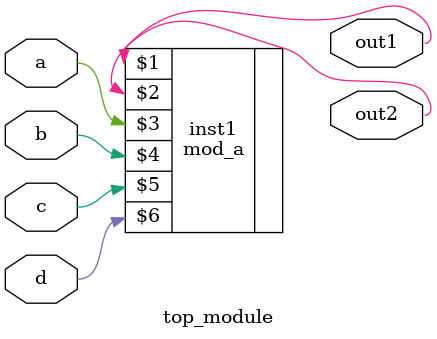
<source format=v>
module top_module ( 
    input a, 
    input b, 
    input c,
    input d,
    output out1,
    output out2
);
     mod_a inst1 (
        out1,
        out2,
        a,
        b,
        c,
        d);

endmodule


</source>
